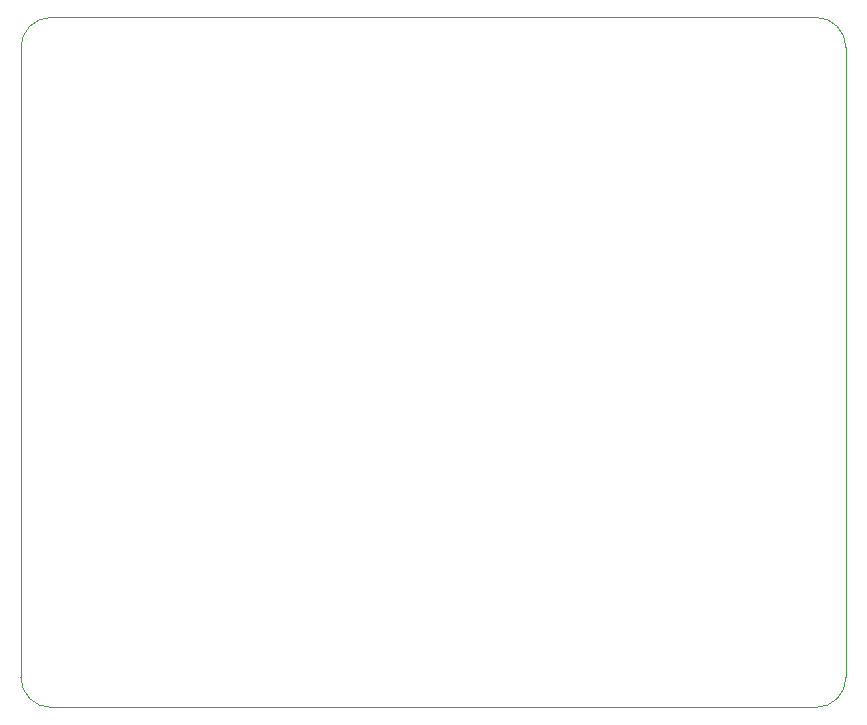
<source format=gbr>
%TF.GenerationSoftware,KiCad,Pcbnew,(5.1.6)-1*%
%TF.CreationDate,2021-04-07T17:42:24+02:00*%
%TF.ProjectId,constant_current,636f6e73-7461-46e7-945f-63757272656e,rev?*%
%TF.SameCoordinates,Original*%
%TF.FileFunction,Profile,NP*%
%FSLAX46Y46*%
G04 Gerber Fmt 4.6, Leading zero omitted, Abs format (unit mm)*
G04 Created by KiCad (PCBNEW (5.1.6)-1) date 2021-04-07 17:42:24*
%MOMM*%
%LPD*%
G01*
G04 APERTURE LIST*
%TA.AperFunction,Profile*%
%ADD10C,0.050000*%
%TD*%
G04 APERTURE END LIST*
D10*
X102870000Y-22860000D02*
G75*
G02*
X105410000Y-25400000I0J-2540000D01*
G01*
X105410000Y-78740000D02*
G75*
G02*
X102870000Y-81280000I-2540000J0D01*
G01*
X101600000Y-22860000D02*
X102870000Y-22860000D01*
X101600000Y-81280000D02*
X102870000Y-81280000D01*
X105410000Y-25400000D02*
X105410000Y-78740000D01*
X38100000Y-81280000D02*
G75*
G02*
X35560000Y-78740000I0J2540000D01*
G01*
X35560000Y-25400000D02*
G75*
G02*
X38100000Y-22860000I2540000J0D01*
G01*
X35560000Y-78740000D02*
X35560000Y-25400000D01*
X101600000Y-81280000D02*
X38100000Y-81280000D01*
X38100000Y-22860000D02*
X101600000Y-22860000D01*
M02*

</source>
